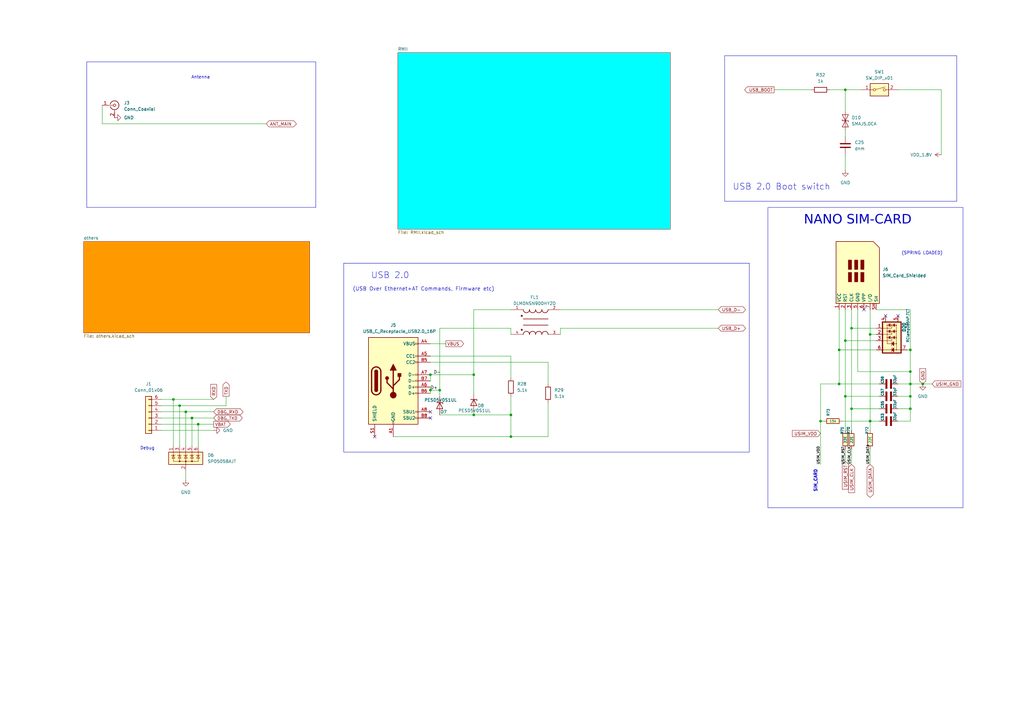
<source format=kicad_sch>
(kicad_sch (version 20250114) (generator "eeschema") (generator_version "9.0")
  (paper "A3")
  (title_block (title "Edgehax 4G to Eth") (date "2025-08-23") (rev "V2") (company "Edgehax") (comment 2 "Varshini CB"))
  (lib_symbols
    (symbol "Connector:Conn_Coaxial" (pin_names (offset 1.016) (hide yes))
      (property "Reference" "J" (at 0.254 3.048 0))
      (property "Value" "Conn_Coaxial" (at 2.921 0 90))
      (symbol "Conn_Coaxial_0_1"
        (polyline (pts (xy -2.54 0) (xy -0.508 0)))
        (arc (start 1.778 0) (mid 0.222 -1.8079) (end -1.778 -0.508) (stroke (width 0.254)))
        (arc (start -1.778 0.508) (mid 0.2221 1.8084) (end 1.778 0) (stroke (width 0.254)))
        (circle (center 0 0) (radius 0.508) (stroke (width 0.2032)))
        (polyline (pts (xy 0 -2.54) (xy 0 -1.778)))
      )
      (symbol "Conn_Coaxial_1_1"
        (pin passive line (at -5.08 0 0) (length 2.54) (name "In") (number "1"))
        (pin passive line (at 0 -5.08 90) (length 2.54) (name "Ext") (number "2"))
      )
    )
    (symbol "Connector:SIM_Card_Shielded"
      (property "Reference" "J" (at -2.54 12.7 0))
      (property "Value" "SIM_Card_Shielded" (at -1.27 10.16 0))
      (symbol "SIM_Card_Shielded_0_1"
        (polyline (pts (xy -10.16 8.89) (xy -10.16 -8.89) (xy 12.7 -8.89) (xy 15.24 -6.35) (xy 15.24 8.89) (xy -10.16 8.89)) (stroke (width 0.254)) (fill (type background)))
        (rectangle (start -1.27 2.54) (end 2.54 3.81) (stroke (width 0.254)) (fill (type outline)))
        (rectangle (start -1.27 0) (end 2.54 1.27) (stroke (width 0.254)) (fill (type outline)))
        (rectangle (start -1.27 -2.54) (end 2.54 -1.27) (stroke (width 0.254)) (fill (type outline)))
        (rectangle (start 3.81 2.54) (end 7.62 3.81) (stroke (width 0.254)) (fill (type outline)))
        (rectangle (start 3.81 0) (end 7.62 1.27) (stroke (width 0.254)) (fill (type outline)))
        (rectangle (start 3.81 -1.27) (end 7.62 -2.54) (stroke (width 0.254)) (fill (type outline)))
      )
      (symbol "SIM_Card_Shielded_1_1"
        (pin power_in line (at -12.7 7.62 0) (length 2.54) (name "VCC") (number "1"))
        (pin input line (at -12.7 5.08 0) (length 2.54) (name "RST") (number "2"))
        (pin input line (at -12.7 2.54 0) (length 2.54) (name "CLK") (number "3"))
        (pin power_in line (at -12.7 0 0) (length 2.54) (name "GND") (number "5"))
        (pin input line (at -12.7 -2.54 0) (length 2.54) (name "VPP") (number "6"))
        (pin bidirectional line (at -12.7 -5.08 0) (length 2.54) (name "I/O") (number "7"))
        (pin passive line (at -12.7 -7.62 0) (length 2.54) (name "SH") (number "SH"))
      )
    )
    (symbol "Connector:USB_C_Receptacle_USB2.0_16P" (pin_names (offset 1.016))
      (property "Reference" "J" (at 0 22.225 0))
      (property "Value" "USB_C_Receptacle_USB2.0_16P" (at 0 19.685 0))
      (symbol "USB_C_Receptacle_USB2.0_16P_0_0"
        (rectangle (start -0.254 -17.78) (end 0.254 -16.764))
        (rectangle (start 10.16 15.494) (end 9.144 14.986))
        (rectangle (start 10.16 10.414) (end 9.144 9.906))
        (rectangle (start 10.16 7.874) (end 9.144 7.366))
        (rectangle (start 10.16 2.794) (end 9.144 2.286))
        (rectangle (start 10.16 0.254) (end 9.144 -0.254))
        (rectangle (start 10.16 -2.286) (end 9.144 -2.794))
        (rectangle (start 10.16 -4.826) (end 9.144 -5.334))
        (rectangle (start 10.16 -12.446) (end 9.144 -12.954))
        (rectangle (start 10.16 -14.986) (end 9.144 -15.494))
      )
      (symbol "USB_C_Receptacle_USB2.0_16P_0_1"
        (rectangle (start -10.16 17.78) (end 10.16 -17.78) (stroke (width 0.254)) (fill (type background)))
        (polyline (pts (xy -8.89 -3.81) (xy -8.89 3.81)) (stroke (width 0.508)))
        (rectangle (start -7.62 -3.81) (end -6.35 3.81) (stroke (width 0.254)) (fill (type outline)))
        (arc (start -7.62 3.81) (mid -6.985 4.4423) (end -6.35 3.81) (stroke (width 0.254)))
        (arc (start -7.62 3.81) (mid -6.985 4.4423) (end -6.35 3.81) (stroke (width 0.254)) (fill (type outline)))
        (arc (start -8.89 3.81) (mid -6.985 5.7067) (end -5.08 3.81) (stroke (width 0.508)))
        (arc (start -5.08 -3.81) (mid -6.985 -5.7067) (end -8.89 -3.81) (stroke (width 0.508)))
        (arc (start -6.35 -3.81) (mid -6.985 -4.4423) (end -7.62 -3.81) (stroke (width 0.254)))
        (arc (start -6.35 -3.81) (mid -6.985 -4.4423) (end -7.62 -3.81) (stroke (width 0.254)) (fill (type outline)))
        (polyline (pts (xy -5.08 3.81) (xy -5.08 -3.81)) (stroke (width 0.508)))
        (circle (center -2.54 1.143) (radius 0.635) (stroke (width 0.254)) (fill (type outline)))
        (polyline (pts (xy -1.27 4.318) (xy 0 6.858) (xy 1.27 4.318) (xy -1.27 4.318)) (stroke (width 0.254)) (fill (type outline)))
        (polyline (pts (xy 0 -2.032) (xy 2.54 0.508) (xy 2.54 1.778)) (stroke (width 0.508)))
        (polyline (pts (xy 0 -3.302) (xy -2.54 -0.762) (xy -2.54 0.508)) (stroke (width 0.508)))
        (polyline (pts (xy 0 -5.842) (xy 0 4.318)) (stroke (width 0.508)))
        (circle (center 0 -5.842) (radius 1.27) (fill (type outline)))
        (rectangle (start 1.905 1.778) (end 3.175 3.048) (stroke (width 0.254)) (fill (type outline)))
      )
      (symbol "USB_C_Receptacle_USB2.0_16P_1_1"
        (pin passive line (at -7.62 -22.86 90) (length 5.08) (name "SHIELD") (number "S1"))
        (pin passive line (at 0 -22.86 90) (length 5.08) (name "GND") (number "A1"))
        (pin passive line (at 0 -22.86 90) (length 5.08) (hide yes) (name "GND") (number "A12"))
        (pin passive line (at 0 -22.86 90) (length 5.08) (hide yes) (name "GND") (number "B1"))
        (pin passive line (at 0 -22.86 90) (length 5.08) (hide yes) (name "GND") (number "B12"))
        (pin passive line (at 15.24 15.24 180) (length 5.08) (name "VBUS") (number "A4"))
        (pin passive line (at 15.24 15.24 180) (length 5.08) (hide yes) (name "VBUS") (number "A9"))
        (pin passive line (at 15.24 15.24 180) (length 5.08) (hide yes) (name "VBUS") (number "B4"))
        (pin passive line (at 15.24 15.24 180) (length 5.08) (hide yes) (name "VBUS") (number "B9"))
        (pin bidirectional line (at 15.24 10.16 180) (length 5.08) (name "CC1") (number "A5"))
        (pin bidirectional line (at 15.24 7.62 180) (length 5.08) (name "CC2") (number "B5"))
        (pin bidirectional line (at 15.24 2.54 180) (length 5.08) (name "D-") (number "A7"))
        (pin bidirectional line (at 15.24 0 180) (length 5.08) (name "D-") (number "B7"))
        (pin bidirectional line (at 15.24 -2.54 180) (length 5.08) (name "D+") (number "A6"))
        (pin bidirectional line (at 15.24 -5.08 180) (length 5.08) (name "D+") (number "B6"))
        (pin bidirectional line (at 15.24 -12.7 180) (length 5.08) (name "SBU1") (number "A8"))
        (pin bidirectional line (at 15.24 -15.24 180) (length 5.08) (name "SBU2") (number "B8"))
      )
    )
    (symbol "Connector_Generic:Conn_01x06" (pin_names (offset 1.016) (hide yes))
      (property "Reference" "J" (at 0 7.62 0))
      (property "Value" "Conn_01x06" (at 0 -10.16 0))
      (symbol "Conn_01x06_1_1"
        (rectangle (start -1.27 6.35) (end 1.27 -8.89) (stroke (width 0.254)) (fill (type background)))
        (rectangle (start -1.27 5.207) (end 0 4.953) (stroke (width 0.1524)))
        (rectangle (start -1.27 2.667) (end 0 2.413) (stroke (width 0.1524)))
        (rectangle (start -1.27 0.127) (end 0 -0.127) (stroke (width 0.1524)))
        (rectangle (start -1.27 -2.413) (end 0 -2.667) (stroke (width 0.1524)))
        (rectangle (start -1.27 -4.953) (end 0 -5.207) (stroke (width 0.1524)))
        (rectangle (start -1.27 -7.493) (end 0 -7.747) (stroke (width 0.1524)))
        (pin passive line (at -5.08 5.08 0) (length 3.81) (name "Pin_1") (number "1"))
        (pin passive line (at -5.08 2.54 0) (length 3.81) (name "Pin_2") (number "2"))
        (pin passive line (at -5.08 0 0) (length 3.81) (name "Pin_3") (number "3"))
        (pin passive line (at -5.08 -2.54 0) (length 3.81) (name "Pin_4") (number "4"))
        (pin passive line (at -5.08 -5.08 0) (length 3.81) (name "Pin_5") (number "5"))
        (pin passive line (at -5.08 -7.62 0) (length 3.81) (name "Pin_6") (number "6"))
      )
    )
    (symbol "DLM0NSN900HY2D:DLM0NSN900HY2D" (pin_names (offset 1.016))
      (property "Reference" "FL" (at -5.08 6.35 0))
      (property "Value" "DLM0NSN900HY2D" (at -5.08 -6.35 0))
      (symbol "DLM0NSN900HY2D_0_0"
        (circle (center -5.715 2.54) (radius 0.2032) (stroke (width 0.4064)))
        (circle (center -5.715 -3.175) (radius 0.2032) (stroke (width 0.4064)))
        (polyline (pts (xy -5.08 -1.27) (xy 5.08 -1.27)) (stroke (width 0.254)))
        (arc (start -2.54 5.08) (mid -3.81 3.8155) (end -5.08 5.08) (stroke (width 0.254)))
        (arc (start -5.08 -5.08) (mid -3.81 -3.8155) (end -2.54 -5.08) (stroke (width 0.254)))
        (arc (start 0 5.08) (mid -1.27 3.8155) (end -2.54 5.08) (stroke (width 0.254)))
        (arc (start -2.54 -5.08) (mid -1.27 -3.8155) (end 0 -5.08) (stroke (width 0.254)))
        (arc (start 2.54 5.08) (mid 1.27 3.8155) (end 0 5.08) (stroke (width 0.254)))
        (arc (start 0 -5.08) (mid 1.27 -3.8155) (end 2.54 -5.08) (stroke (width 0.254)))
        (arc (start 5.08 5.08) (mid 3.81 3.8155) (end 2.54 5.08) (stroke (width 0.254)))
        (arc (start 2.54 -5.08) (mid 3.81 -3.8155) (end 5.08 -5.08) (stroke (width 0.254)))
        (polyline (pts (xy 5.08 1.27) (xy -5.08 1.27)) (stroke (width 0.254)))
        (pin passive line (at -10.16 5.08 0) (length 5.08) (name "~") (number "1"))
        (pin passive line (at -10.16 -5.08 0) (length 5.08) (name "~") (number "4"))
        (pin passive line (at 10.16 5.08 180) (length 5.08) (name "~") (number "2"))
        (pin passive line (at 10.16 -5.08 180) (length 5.08) (name "~") (number "3"))
      )
    )
    (symbol "Device:C" (pin_numbers (hide yes)) (pin_names (offset 0.254))
      (property "Reference" "C" (at 0.635 2.54 0))
      (property "Value" "C" (at 0.635 -2.54 0))
      (symbol "C_0_1"
        (polyline (pts (xy -2.032 0.762) (xy 2.032 0.762)) (stroke (width 0.508)))
        (polyline (pts (xy -2.032 -0.762) (xy 2.032 -0.762)) (stroke (width 0.508)))
      )
      (symbol "C_1_1"
        (pin passive line (at 0 3.81 270) (length 2.794) (name "~") (number "1"))
        (pin passive line (at 0 -3.81 90) (length 2.794) (name "~") (number "2"))
      )
    )
    (symbol "Device:R" (pin_numbers (hide yes)) (pin_names (offset 0))
      (property "Reference" "R" (at 2.032 0 90))
      (property "Value" "R" (at 0 0 90))
      (symbol "R_0_1"
        (rectangle (start -1.016 -2.54) (end 1.016 2.54) (stroke (width 0.254)))
      )
      (symbol "R_1_1"
        (pin passive line (at 0 3.81 270) (length 1.27) (name "~") (number "1"))
        (pin passive line (at 0 -3.81 90) (length 1.27) (name "~") (number "2"))
      )
    )
    (symbol "Diode:PESD5V0S1UL" (pin_numbers (hide yes)) (pin_names (hide yes))
      (property "Reference" "D" (at 0 2.54 0))
      (property "Value" "PESD5V0S1UL" (at 0 -2.54 0))
      (symbol "PESD5V0S1UL_0_1"
        (polyline (pts (xy -1.27 -1.27) (xy -1.27 1.27) (xy -0.762 1.27)) (stroke (width 0.254)))
        (polyline (pts (xy 1.27 0) (xy -1.27 0)))
        (polyline (pts (xy 1.27 -1.27) (xy 1.27 1.27) (xy -1.27 0) (xy 1.27 -1.27)) (stroke (width 0.254)))
      )
      (symbol "PESD5V0S1UL_1_1"
        (pin passive line (at -3.81 0 0) (length 2.54) (name "K") (number "1"))
        (pin passive line (at 3.81 0 180) (length 2.54) (name "A") (number "2"))
      )
    )
    (symbol "Diode:SMAJ5.0CA" (pin_numbers (hide yes)) (pin_names (offset 1.016) (hide yes))
      (property "Reference" "D" (at 0 2.54 0))
      (property "Value" "SMAJ5.0CA" (at 0 -2.54 0))
      (symbol "SMAJ5.0CA_0_1"
        (polyline (pts (xy -2.54 -1.27) (xy 0 0) (xy -2.54 1.27) (xy -2.54 -1.27)) (stroke (width 0.2032)))
        (polyline (pts (xy 0.508 1.27) (xy 0 1.27) (xy 0 -1.27) (xy -0.508 -1.27)) (stroke (width 0.2032)))
        (polyline (pts (xy 1.27 0) (xy -1.27 0)))
        (polyline (pts (xy 2.54 1.27) (xy 2.54 -1.27) (xy 0 0) (xy 2.54 1.27)) (stroke (width 0.2032)))
      )
      (symbol "SMAJ5.0CA_1_1"
        (pin passive line (at -3.81 0 0) (length 2.54) (name "A1") (number "1"))
        (pin passive line (at 3.81 0 180) (length 2.54) (name "A2") (number "2"))
      )
    )
    (symbol "Power_Protection:SP0505BAJT" (pin_names (hide yes))
      (property "Reference" "D" (at 7.62 2.54 0))
      (property "Value" "SP0505BAJT" (at 7.62 0.635 0))
      (symbol "SP0505BAJT_0_0"
        (pin passive line (at 0 -5.08 90) (length 2.54) (name "A") (number "2"))
      )
      (symbol "SP0505BAJT_0_1"
        (rectangle (start -6.985 2.54) (end 6.985 -2.54) (stroke (width 0.254)) (fill (type background)))
        (polyline (pts (xy -5.842 1.016) (xy -5.842 1.27) (xy -4.445 1.27) (xy -4.318 1.27)))
        (polyline (pts (xy -5.08 2.54) (xy -5.08 1.27)))
        (polyline (pts (xy -5.08 1.27) (xy -5.08 -1.27) (xy -2.54 -1.27)))
        (polyline (pts (xy -5.08 1.27) (xy -4.445 0) (xy -5.715 0) (xy -5.08 1.27)))
        (polyline (pts (xy -3.302 1.016) (xy -3.302 1.27) (xy -1.905 1.27) (xy -1.778 1.27)))
        (polyline (pts (xy -2.54 2.54) (xy -2.54 1.27)))
        (polyline (pts (xy -2.54 1.27) (xy -2.54 -1.27) (xy 2.54 -1.27) (xy 2.54 1.27)))
        (polyline (pts (xy -2.54 1.27) (xy -1.905 0) (xy -3.175 0) (xy -2.54 1.27)))
        (circle (center -2.54 -1.27) (radius 0.254) (fill (type outline)))
        (polyline (pts (xy 0 2.54) (xy 0 1.27)))
        (polyline (pts (xy 0 -1.27) (xy 0 1.27)))
        (polyline (pts (xy 0 -1.27) (xy 0 -2.54)))
        (circle (center 0 -1.27) (radius 0.254) (fill (type outline)))
        (polyline (pts (xy 0.635 1.27) (xy 0.762 1.27)))
        (polyline (pts (xy 0.635 1.27) (xy -0.762 1.27) (xy -0.762 1.016)))
        (polyline (pts (xy 0.635 0) (xy -0.635 0) (xy 0 1.27) (xy 0.635 0)))
        (polyline (pts (xy 1.778 1.016) (xy 1.778 1.27) (xy 3.175 1.27) (xy 3.302 1.27)))
        (polyline (pts (xy 2.54 2.54) (xy 2.54 1.27)))
        (polyline (pts (xy 2.54 1.27) (xy 1.905 0) (xy 3.175 0) (xy 2.54 1.27)))
        (circle (center 2.54 -1.27) (radius 0.254) (fill (type outline)))
        (polyline (pts (xy 4.318 1.016) (xy 4.318 1.27) (xy 5.715 1.27) (xy 5.842 1.27)))
        (polyline (pts (xy 5.08 2.54) (xy 5.08 1.27)))
        (polyline (pts (xy 5.08 1.27) (xy 5.08 -1.27) (xy 2.54 -1.27)))
        (polyline (pts (xy 5.08 1.27) (xy 4.445 0) (xy 5.715 0) (xy 5.08 1.27)))
      )
      (symbol "SP0505BAJT_1_1"
        (pin passive line (at -5.08 5.08 270) (length 2.54) (name "K") (number "1"))
        (pin passive line (at -2.54 5.08 270) (length 2.54) (name "K") (number "3"))
        (pin passive line (at 0 5.08 270) (length 2.54) (name "K") (number "4"))
        (pin passive line (at 2.54 5.08 270) (length 2.54) (name "K") (number "5"))
        (pin passive line (at 5.08 5.08 270) (length 2.54) (name "K") (number "6"))
      )
    )
    (symbol "Switch:SW_DIP_x01" (pin_names (offset 0) (hide yes))
      (property "Reference" "SW" (at 0 3.81 0))
      (property "Value" "SW_DIP_x01" (at 0 -3.81 0))
      (symbol "SW_DIP_x01_0_0"
        (circle (center -2.032 0) (radius 0.508))
        (polyline (pts (xy -1.524 0.127) (xy 2.3622 1.1684)))
        (circle (center 2.032 0) (radius 0.508))
      )
      (symbol "SW_DIP_x01_0_1"
        (rectangle (start -3.81 2.54) (end 3.81 -2.54) (stroke (width 0.254)) (fill (type background)))
      )
      (symbol "SW_DIP_x01_1_1"
        (pin passive line (at -7.62 0 0) (length 5.08) (name "~") (number "1"))
        (pin passive line (at 7.62 0 180) (length 5.08) (name "~") (number "2"))
      )
    )
    (symbol "mc60_library:C_NP" (pin_numbers (hide yes)) (pin_names (offset 0.254) (hide yes))
      (property "Reference" "C" (at -2.54 2.54 0))
      (property "Value" "C_NP" (at 0 -3.81 0))
      (symbol "C_NP_0_1"
        (rectangle (start -1.905 1.27) (end 1.905 0.635) (fill (type outline)))
        (rectangle (start 1.905 -1.27) (end -1.905 -0.635) (fill (type outline)))
      )
      (symbol "C_NP_1_1"
        (pin passive line (at 0 3.81 270) (length 2.54) (name "+") (number "1"))
        (pin passive line (at 0 -3.81 90) (length 2.54) (name "-") (number "2"))
      )
    )
    (symbol "mc60_library:Diode_TVS" (pin_names (offset 1.016))
      (property "Reference" "D" (at 5.08 -5.08 0))
      (property "Value" "Diode_TVS" (at -7.62 0 90))
      (symbol "Diode_TVS_0_1"
        (rectangle (start -6.35 3.81) (end 6.35 -3.81) (stroke (width 0.508)) (fill (type background)))
        (polyline (pts (xy -5.08 0) (xy -5.08 3.81)))
        (polyline (pts (xy -5.08 0) (xy -5.715 0) (xy -5.969 0.254)))
        (polyline (pts (xy -5.08 0) (xy -4.445 0) (xy -4.191 -0.254)))
        (polyline (pts (xy -5.08 0) (xy -5.969 -0.889) (xy -4.191 -0.889) (xy -5.08 0)) (fill (type outline)))
        (circle (center -5.08 -1.905) (radius 0.127))
        (polyline (pts (xy -5.08 -1.905) (xy -5.08 -3.81)))
        (polyline (pts (xy -2.54 0) (xy -3.175 0) (xy -3.429 0.254)))
        (polyline (pts (xy -2.54 0) (xy -2.54 1.905) (xy 0 1.905)))
        (polyline (pts (xy -2.54 0) (xy -1.905 0) (xy -1.651 -0.254)))
        (polyline (pts (xy -2.54 0) (xy -3.429 -0.889) (xy -1.651 -0.889) (xy -2.54 0)) (fill (type outline)))
        (circle (center -2.54 -1.905) (radius 0.127))
        (polyline (pts (xy -2.54 -1.905) (xy -5.08 -1.905) (xy -5.08 -0.889)))
        (polyline (pts (xy -0.635 1.27) (xy 0.635 1.27)))
        (polyline (pts (xy -0.635 -0.635) (xy 0.635 -0.635)))
        (circle (center 0 1.905) (radius 0.127))
        (polyline (pts (xy 0 0.635) (xy -0.635 0.635) (xy 0 1.27) (xy 0.635 0.635) (xy 0 0.635)) (fill (type outline)))
        (polyline (pts (xy 0 0) (xy -1.27 0) (xy -1.27 3.81)))
        (circle (center 0 0) (radius 0.127))
        (polyline (pts (xy 0 -0.635) (xy 0 0.635)))
        (polyline (pts (xy 0 -0.635) (xy -0.635 -1.27) (xy 0.635 -1.27) (xy 0 -0.635)) (fill (type outline)))
        (polyline (pts (xy 0 -1.27) (xy 0 -1.905) (xy 5.08 -1.905) (xy 5.08 -1.27)))
        (polyline (pts (xy 0 -1.905) (xy -2.54 -1.905) (xy -2.54 -0.889)))
        (circle (center 0 -1.905) (radius 0.127))
        (polyline (pts (xy 1.905 1.27) (xy 3.175 1.27)))
        (polyline (pts (xy 1.905 -0.635) (xy 3.175 -0.635)))
        (circle (center 2.54 1.905) (radius 0.127))
        (polyline (pts (xy 2.54 1.27) (xy 2.54 1.905)))
        (polyline (pts (xy 2.54 0.635) (xy 1.905 0.635) (xy 2.54 1.27) (xy 3.175 0.635) (xy 2.54 0.635)) (fill (type outline)))
        (polyline (pts (xy 2.54 0) (xy 1.27 0) (xy 1.27 3.81)))
        (circle (center 2.54 0) (radius 0.127))
        (polyline (pts (xy 2.54 -0.635) (xy 2.54 0.635)))
        (polyline (pts (xy 2.54 -0.635) (xy 1.905 -1.27) (xy 3.175 -1.27) (xy 2.54 -0.635)) (fill (type outline)))
        (polyline (pts (xy 2.54 -1.27) (xy 2.54 -1.905)))
        (circle (center 2.54 -1.905) (radius 0.127))
        (polyline (pts (xy 4.445 1.27) (xy 5.715 1.27)))
        (polyline (pts (xy 4.445 -0.635) (xy 5.715 -0.635)))
        (circle (center 5.08 1.905) (radius 0.127))
        (polyline (pts (xy 5.08 1.27) (xy 5.08 1.905) (xy 0 1.905) (xy 0 1.27)))
        (polyline (pts (xy 5.08 0.635) (xy 4.445 0.635) (xy 5.08 1.27) (xy 5.715 0.635) (xy 5.08 0.635)) (fill (type outline)))
        (polyline (pts (xy 5.08 0) (xy 3.81 0) (xy 3.81 3.81)))
        (circle (center 5.08 0) (radius 0.127))
        (polyline (pts (xy 5.08 -0.635) (xy 5.08 0.635)))
        (polyline (pts (xy 5.08 -0.635) (xy 4.445 -1.27) (xy 5.715 -1.27) (xy 5.08 -0.635)) (fill (type outline)))
        (circle (center 5.08 -1.905) (radius 0.127))
      )
      (symbol "Diode_TVS_1_1"
        (pin input line (at -5.08 6.35 270) (length 2.54) (name "~") (number "6"))
        (pin input line (at -5.08 -6.35 90) (length 2.54) (name "~") (number "7"))
        (pin input line (at -1.27 6.35 270) (length 2.54) (name "~") (number "3"))
        (pin input line (at 1.27 6.35 270) (length 2.54) (name "~") (number "2"))
        (pin input line (at 3.81 6.35 270) (length 2.54) (name "~") (number "1"))
        (pin input line (at 8.89 2.54 180) (length 2.54) (name "~") (number "4"))
        (pin input line (at 8.89 -2.54 180) (length 2.54) (name "~") (number "5"))
      )
    )
    (symbol "mc60_library:R" (pin_numbers (hide yes)) (pin_names (offset 0))
      (property "Reference" "R" (at 2.032 0 90))
      (property "Value" "R" (at 0 0 90))
      (symbol "R_0_1"
        (rectangle (start -1.016 -2.54) (end 1.016 2.54) (stroke (width 0.254)) (fill (type background)))
      )
      (symbol "R_1_1"
        (pin passive line (at 0 3.81 270) (length 1.27) (name "~") (number "1"))
        (pin passive line (at 0 -3.81 90) (length 1.27) (name "~") (number "2"))
      )
    )
    (symbol "power:GND" (power) (pin_numbers (hide yes)) (pin_names (offset 0) (hide yes))
      (property "Value" "GND" (at 0 -3.81 0))
      (symbol "GND_0_1"
        (polyline (pts (xy 0 0) (xy 0 -1.27) (xy 1.27 -1.27) (xy 0 -2.54) (xy -1.27 -1.27) (xy 0 -1.27)))
      )
      (symbol "GND_1_1"
        (pin power_in line (at 0 0 270) (length 0) (name "~") (number "1"))
      )
    )
    (symbol "power:VDD" (power) (pin_numbers (hide yes)) (pin_names (offset 0) (hide yes))
      (property "Value" "VDD" (at 0 3.556 0))
      (symbol "VDD_0_1"
        (polyline (pts (xy -0.762 1.27) (xy 0 2.54)))
        (polyline (pts (xy 0 2.54) (xy 0.762 1.27)))
        (polyline (pts (xy 0 0) (xy 0 2.54)))
      )
      (symbol "VDD_1_1"
        (pin power_in line (at 0 0 90) (length 0) (name "~") (number "1"))
      )
    )
  )
  (rectangle (start 35.56 25.4) (end 129.54 85.09))
  (rectangle (start 140.97 107.95) (end 307.34 185.42))
  (rectangle (start 314.96 85.09) (end 394.97 208.28))
  (rectangle (start 297.18 22.86) (end 392.43 82.55))
  (text "Debug\n" (at 60.452 183.896 0) (effects (font (size 1.27 1.27))))
  (text "SIM_CARD" (at 335.28 201.93 90) (effects (font (size 1.27 1.27) (thickness 0.254) (bold yes)) (justify left bottom)))
  (text "(SPRING LOADED)\n" (at 378.206 103.886 0) (effects (font (size 1.27 1.27))))
  (text "Antenna\n" (at 82.296 31.75 0) (effects (font (size 1.27 1.27))))
  (text "(USB Over Ethernet+AT Commands, Firmware etc)" (at 173.736 118.618 0) (effects (font (size 1.524 1.524))))
  (text "NANO SIM-CARD\n\n" (at 351.79 94.488 0) (effects (font (size 3.81 3.81))))
  (text "USB 2.0 Boot switch\n" (at 320.548 76.708 0) (effects (font (size 2.54 2.54))))
  (text "USB 2.0\n" (at 160.02 113.03 0) (effects (font (size 2.54 2.54))))
  (junction (at 344.17 143.51))
  (junction (at 344.17 157.48))
  (junction (at 378.46 157.48))
  (junction (at 73.66 166.37))
  (junction (at 194.31 170.18))
  (junction (at 209.55 179.07))
  (junction (at 356.87 137.16))
  (junction (at 81.28 173.99))
  (junction (at 336.55 172.72))
  (junction (at 373.38 157.48))
  (junction (at 176.53 160.02))
  (junction (at 78.74 171.45))
  (junction (at 194.31 153.67))
  (junction (at 176.53 153.67))
  (junction (at 180.34 160.02))
  (junction (at 76.2 168.91))
  (junction (at 349.25 134.62))
  (junction (at 373.38 152.4))
  (junction (at 71.12 163.83))
  (junction (at 346.71 162.56))
  (junction (at 373.38 162.56))
  (junction (at 349.25 167.64))
  (junction (at 346.71 36.83))
  (junction (at 356.87 172.72))
  (junction (at 346.71 139.7))
  (junction (at 209.55 170.18))
  (junction (at 373.38 143.51))
  (junction (at 373.38 167.64))
  (no_connect (at 363.22 129.54))
  (no_connect (at 354.33 127))
  (no_connect (at 153.67 179.07))
  (no_connect (at 176.53 168.91))
  (no_connect (at 368.3 129.54))
  (no_connect (at 176.53 171.45))
  (wire (pts (xy 356.87 172.72) (xy 360.68 172.72)))
  (wire (pts (xy 356.87 137.16) (xy 356.87 127)))
  (wire (pts (xy 346.71 36.83) (xy 353.06 36.83)))
  (wire (pts (xy 78.74 171.45) (xy 78.74 182.88)))
  (wire (pts (xy 351.79 152.4) (xy 351.79 127)))
  (wire (pts (xy 92.71 162.56) (xy 92.71 166.37)))
  (wire (pts (xy 209.55 170.18) (xy 209.55 162.56)))
  (wire (pts (xy 349.25 190.5) (xy 349.25 184.15)))
  (wire (pts (xy 336.55 157.48) (xy 336.55 172.72)))
  (wire (pts (xy 176.53 146.05) (xy 209.55 146.05)))
  (wire (pts (xy 359.41 139.7) (xy 346.71 139.7)))
  (wire (pts (xy 73.66 182.88) (xy 73.66 166.37)))
  (wire (pts (xy 359.41 127) (xy 373.38 127)))
  (wire (pts (xy 340.36 36.83) (xy 346.71 36.83)))
  (wire (pts (xy 81.28 173.99) (xy 81.28 182.88)))
  (wire (pts (xy 71.12 182.88) (xy 71.12 163.83)))
  (wire (pts (xy 346.71 53.34) (xy 346.71 55.88)))
  (wire (pts (xy 176.53 148.59) (xy 224.79 148.59)))
  (wire (pts (xy 360.68 162.56) (xy 346.71 162.56)))
  (wire (pts (xy 373.38 127) (xy 373.38 143.51)))
  (wire (pts (xy 66.04 163.83) (xy 71.12 163.83)))
  (wire (pts (xy 66.04 176.53) (xy 87.63 176.53)))
  (wire (pts (xy 176.53 153.67) (xy 176.53 156.21)))
  (wire (pts (xy 344.17 127) (xy 344.17 143.51)))
  (wire (pts (xy 224.79 148.59) (xy 224.79 157.48)))
  (wire (pts (xy 336.55 172.72) (xy 337.82 172.72)))
  (wire (pts (xy 368.3 157.48) (xy 373.38 157.48)))
  (wire (pts (xy 359.41 143.51) (xy 344.17 143.51)))
  (wire (pts (xy 209.55 146.05) (xy 209.55 154.94)))
  (wire (pts (xy 161.29 179.07) (xy 209.55 179.07)))
  (wire (pts (xy 373.38 157.48) (xy 373.38 152.4)))
  (wire (pts (xy 76.2 193.04) (xy 76.2 196.85)))
  (wire (pts (xy 176.53 160.02) (xy 180.34 160.02)))
  (wire (pts (xy 180.34 160.02) (xy 180.34 162.56)))
  (wire (pts (xy 194.31 127) (xy 209.55 127)))
  (wire (pts (xy 372.11 143.51) (xy 373.38 143.51)))
  (wire (pts (xy 373.38 143.51) (xy 373.38 152.4)))
  (wire (pts (xy 180.34 170.18) (xy 194.31 170.18)))
  (wire (pts (xy 344.17 157.48) (xy 336.55 157.48)))
  (wire (pts (xy 360.68 167.64) (xy 349.25 167.64)))
  (wire (pts (xy 345.44 172.72) (xy 356.87 172.72)))
  (wire (pts (xy 194.31 168.91) (xy 194.31 170.18)))
  (wire (pts (xy 344.17 143.51) (xy 344.17 157.48)))
  (wire (pts (xy 373.38 157.48) (xy 378.46 157.48)))
  (wire (pts (xy 368.3 167.64) (xy 373.38 167.64)))
  (wire (pts (xy 356.87 172.72) (xy 356.87 176.53)))
  (wire (pts (xy 373.38 162.56) (xy 373.38 157.48)))
  (wire (pts (xy 229.87 134.62) (xy 294.64 134.62)))
  (wire (pts (xy 41.91 43.18) (xy 41.91 50.8)))
  (wire (pts (xy 356.87 137.16) (xy 356.87 172.72)))
  (wire (pts (xy 317.5 36.83) (xy 332.74 36.83)))
  (wire (pts (xy 180.34 134.62) (xy 180.34 160.02)))
  (wire (pts (xy 229.87 127) (xy 294.64 127)))
  (wire (pts (xy 386.08 36.83) (xy 386.08 63.5)))
  (wire (pts (xy 176.53 153.67) (xy 194.31 153.67)))
  (wire (pts (xy 76.2 168.91) (xy 76.2 182.88)))
  (wire (pts (xy 346.71 45.72) (xy 346.71 36.83)))
  (wire (pts (xy 373.38 167.64) (xy 373.38 162.56)))
  (wire (pts (xy 41.91 50.8) (xy 109.22 50.8)))
  (wire (pts (xy 359.41 137.16) (xy 356.87 137.16)))
  (wire (pts (xy 344.17 157.48) (xy 360.68 157.48)))
  (wire (pts (xy 368.3 36.83) (xy 386.08 36.83)))
  (wire (pts (xy 209.55 134.62) (xy 209.55 137.16)))
  (wire (pts (xy 176.53 160.02) (xy 176.53 161.29)))
  (wire (pts (xy 336.55 172.72) (xy 336.55 190.5)))
  (wire (pts (xy 76.2 168.91) (xy 87.63 168.91)))
  (wire (pts (xy 346.71 162.56) (xy 346.71 176.53)))
  (wire (pts (xy 356.87 190.5) (xy 356.87 184.15)))
  (wire (pts (xy 194.31 153.67) (xy 194.31 161.29)))
  (wire (pts (xy 368.3 172.72) (xy 373.38 172.72)))
  (wire (pts (xy 209.55 179.07) (xy 224.79 179.07)))
  (wire (pts (xy 194.31 170.18) (xy 209.55 170.18)))
  (wire (pts (xy 73.66 166.37) (xy 92.71 166.37)))
  (wire (pts (xy 176.53 158.75) (xy 176.53 160.02)))
  (wire (pts (xy 66.04 171.45) (xy 78.74 171.45)))
  (wire (pts (xy 368.3 162.56) (xy 373.38 162.56)))
  (wire (pts (xy 182.88 140.97) (xy 176.53 140.97)))
  (wire (pts (xy 180.34 134.62) (xy 209.55 134.62)))
  (wire (pts (xy 349.25 134.62) (xy 349.25 127)))
  (wire (pts (xy 359.41 134.62) (xy 349.25 134.62)))
  (wire (pts (xy 346.71 139.7) (xy 346.71 162.56)))
  (wire (pts (xy 346.71 127) (xy 346.71 139.7)))
  (wire (pts (xy 66.04 168.91) (xy 76.2 168.91)))
  (wire (pts (xy 349.25 176.53) (xy 349.25 167.64)))
  (wire (pts (xy 378.46 157.48) (xy 382.27 157.48)))
  (wire (pts (xy 346.71 63.5) (xy 346.71 69.85)))
  (wire (pts (xy 351.79 152.4) (xy 373.38 152.4)))
  (wire (pts (xy 349.25 167.64) (xy 349.25 134.62)))
  (wire (pts (xy 194.31 127) (xy 194.31 153.67)))
  (wire (pts (xy 224.79 179.07) (xy 224.79 165.1)))
  (wire (pts (xy 373.38 172.72) (xy 373.38 167.64)))
  (wire (pts (xy 209.55 170.18) (xy 209.55 179.07)))
  (wire (pts (xy 346.71 184.15) (xy 346.71 190.5)))
  (wire (pts (xy 229.87 137.16) (xy 229.87 134.62)))
  (wire (pts (xy 71.12 163.83) (xy 87.63 163.83)))
  (wire (pts (xy 81.28 173.99) (xy 87.63 173.99)))
  (wire (pts (xy 66.04 166.37) (xy 73.66 166.37)))
  (wire (pts (xy 66.04 173.99) (xy 81.28 173.99)))
  (wire (pts (xy 78.74 171.45) (xy 87.63 171.45)))
  (label "USIM_VDD" (at 336.55 190.5 90) (effects (font (size 1.016 1.016) (thickness 0.2032) (bold yes))))
  (label "USIM_DATA" (at 356.87 190.5 90) (effects (font (size 1.016 1.016) (thickness 0.2032) (bold yes))))
  (label "USIM_CLK" (at 349.25 190.5 90) (effects (font (size 1.016 1.016) (thickness 0.2032) (bold yes))))
  (label "D+" (at 176.53 160.02 0))
  (label "D-" (at 177.8 153.67 0))
  (label "USIM_RST" (at 346.71 190.5 90) (effects (font (size 1.016 1.016) (thickness 0.2032) (bold yes))))
  (global_label "RXD" (shape input) (at 87.63 163.83 90) (property "Intersheetrefs" "${INTERSHEET_REFS}" (at 87.63 157.0002 90) (effects (justify left))))
  (global_label "USB_BOOT" (shape output) (at 317.5 36.83 180) (property "Intersheetrefs" "${INTERSHEET_REFS}" (at 304.8386 36.83 0) (effects (justify right))))
  (global_label "USIM_VDD" (shape input) (at 336.55 177.8 180) (property "Intersheetrefs" "${INTERSHEET_REFS}" (at 324.2773 177.8 0) (effects (justify right))))
  (global_label "USIM_DATA" (shape bidirectional) (at 356.87 190.5 270) (property "Intersheetrefs" "${INTERSHEET_REFS}" (at 356.87 204.5749 90) (effects (justify right))))
  (global_label "VBAT" (shape output) (at 87.63 173.99 0) (property "Intersheetrefs" "${INTERSHEET_REFS}" (at 95.1251 173.99 0) (effects (justify left))))
  (global_label "ANT_MAIN" (shape bidirectional) (at 109.22 50.8 0) (property "Intersheetrefs" "${INTERSHEET_REFS}" (at 122.1459 50.8 0) (effects (justify left))))
  (global_label "DBG_TXD" (shape bidirectional) (at 87.63 171.45 0) (property "Intersheetrefs" "${INTERSHEET_REFS}" (at 99.951 171.45 0) (effects (justify left))))
  (global_label "USB_D-" (shape bidirectional) (at 294.64 127 0) (property "Intersheetrefs" "${INTERSHEET_REFS}" (at 306.3563 127 0) (effects (justify left))))
  (global_label "DBG_RXD" (shape bidirectional) (at 87.63 168.91 0) (property "Intersheetrefs" "${INTERSHEET_REFS}" (at 100.2534 168.91 0) (effects (justify left))))
  (global_label "GND" (shape input) (at 378.46 157.48 90) (property "Intersheetrefs" "${INTERSHEET_REFS}" (at 378.46 150.5292 90) (effects (justify left))))
  (global_label "USIM_CLK" (shape input) (at 349.25 190.5 270) (property "Intersheetrefs" "${INTERSHEET_REFS}" (at 349.25 202.7122 90) (effects (justify right))))
  (global_label "TXD" (shape output) (at 92.71 162.56 90) (property "Intersheetrefs" "${INTERSHEET_REFS}" (at 92.71 156.0326 90) (effects (justify left))))
  (global_label "USB_D+" (shape bidirectional) (at 294.64 134.62 0) (property "Intersheetrefs" "${INTERSHEET_REFS}" (at 306.3563 134.62 0) (effects (justify left))))
  (global_label "USIM_RST" (shape input) (at 346.71 189.23 270) (property "Intersheetrefs" "${INTERSHEET_REFS}" (at 346.71 201.3212 90) (effects (justify right))))
  (global_label "USIM_GND" (shape input) (at 382.27 157.48 0) (property "Intersheetrefs" "${INTERSHEET_REFS}" (at 394.7846 157.48 0) (effects (justify left))))
  (global_label "VBUS" (shape output) (at 182.88 140.97 0) (property "Intersheetrefs" "${INTERSHEET_REFS}" (at 190.8589 140.97 0) (effects (justify left))))
  (symbol (lib_id "mc60_library:C_NP") (at 364.49 167.64 270) (unit 1)
    (property "Reference" "C55" (at 361.95 167.64 0) (effects (font (size 1.016 1.016) (bold yes)) (justify right)))
    (property "Value" "33pF" (at 367.03 167.64 0) (effects (font (size 1.016 1.016)) (justify right)))
    (property "Footprint" "Capacitor_SMD:C_0402_1005Metric" (effects (hide yes)))
  )
  (symbol (lib_id "power:GND") (at 346.71 69.85 0) (unit 1)
    (property "Reference" "#PWR039" (effects (hide yes)))
    (property "Value" "GND" (at 346.71 74.93 0))
    (property "Description" "Power symbol creates a global label with name \"GND\" , ground" (effects (hide yes)))
  )
  (symbol (lib_id "power:GND") (at 76.2 196.85 0) (unit 1)
    (property "Reference" "#PWR032" (effects (hide yes)))
    (property "Value" "GND" (at 76.2 201.93 0))
    (property "Description" "Power symbol creates a global label with name \"GND\" , ground" (effects (hide yes)))
  )
  (symbol (lib_id "mc60_library:R") (at 341.63 172.72 90) (unit 1)
    (property "Reference" "R73" (at 339.725 170.815 0) (effects (font (size 1.016 1.016) (bold yes)) (justify left)))
    (property "Value" "15k" (at 341.63 172.72 90) (effects (font (size 1.016 1.016))))
    (property "Footprint" "Resistor_SMD:R_0603_1608Metric" (effects (hide yes)))
  )
  (symbol (lib_id "Power_Protection:SP0505BAJT") (at 76.2 187.96 0) (unit 1)
    (property "Reference" "D6" (at 85.09 186.6899 0) (effects (justify left)))
    (property "Value" "SP0505BAJT" (at 85.09 189.2299 0) (effects (justify left)))
    (property "Footprint" "Package_TO_SOT_SMD:SOT-23-3" (effects (hide yes)))
    (property "Datasheet" "http://www.littelfuse.com/~/media/files/littelfuse/technical%20resources/documents/data%20sheets/sp05xxba.pdf" (effects (hide yes)))
    (property "Description" "TVS Diode Array, 5.5V Standoff, 5 Channels, SC-70-6 package" (effects (hide yes)))
  )
  (symbol (lib_id "Connector:USB_C_Receptacle_USB2.0_16P") (at 161.29 156.21 0) (unit 1)
    (property "Reference" "J5" (at 161.29 133.35 0))
    (property "Value" "USB_C_Receptacle_USB2.0_16P" (at 163.83 135.89 0))
    (property "Footprint" "Connector_USB:USB_C_Receptacle_HCTL_HC-TYPE-C-16P-01A" (effects (hide yes)))
    (property "Datasheet" "https://www.usb.org/sites/default/files/documents/usb_type-c.zip" (effects (hide yes)))
    (property "Description" "USB 2.0-only 16P Type-C Receptacle connector" (effects (hide yes)))
  )
  (symbol (lib_id "Diode:PESD5V0S1UL") (at 194.31 165.1 270) (unit 1)
    (property "Reference" "D8" (at 195.834 166.37 90) (effects (justify left)))
    (property "Value" "PESD5V0S1UL" (at 187.96 168.402 90) (effects (justify left)))
    (property "Footprint" "Diode_SMD:D_SC-80" (effects (hide yes)))
    (property "Datasheet" "https://assets.nexperia.com/documents/data-sheet/PESD5V0S1UL.pdf" (effects (hide yes)))
    (property "Description" "Unidirectional ESD protection diode, 5V, SOD-882" (effects (hide yes)))
  )
  (symbol (lib_id "Device:R") (at 209.55 158.75 0) (unit 1)
    (property "Reference" "R28" (at 212.09 157.4799 0) (effects (justify left)))
    (property "Value" "5.1k" (at 212.09 160.0199 0) (effects (justify left)))
    (property "Footprint" "Resistor_SMD:R_0402_1005Metric" (effects (hide yes)))
    (property "Description" "Resistor" (effects (hide yes)))
  )
  (symbol (lib_id "Diode:SMAJ5.0CA") (at 346.71 49.53 270) (unit 1)
    (property "Reference" "D10" (at 349.25 48.2599 90) (effects (justify left)))
    (property "Value" "SMAJ5.0CA" (at 349.25 50.7999 90) (effects (justify left)))
    (property "Footprint" "project_footprints:DO-214AASMB_J-BEND_LTF" (effects (hide yes)))
    (property "Datasheet" "https://www.littelfuse.com/media?resourcetype=datasheets&itemid=75e32973-b177-4ee3-a0ff-cedaf1abdb93&filename=smaj-datasheet" (effects (hide yes)))
    (property "Description" "400W bidirectional Transient Voltage Suppressor, 5.0Vr, SMA(DO-214AC)" (effects (hide yes)))
  )
  (symbol (lib_id "mc60_library:C_NP") (at 364.49 157.48 270) (unit 1)
    (property "Reference" "C59" (at 361.95 157.48 0) (effects (font (size 1.016 1.016) (bold yes)) (justify right)))
    (property "Value" "33pF" (at 367.03 157.48 0) (effects (font (size 1.016 1.016)) (justify right)))
    (property "Footprint" "Capacitor_SMD:C_0402_1005Metric" (effects (hide yes)))
  )
  (symbol (lib_id "Diode:PESD5V0S1UL") (at 180.34 166.37 270) (unit 1)
    (property "Reference" "D7" (at 180.594 168.91 90) (effects (justify left)))
    (property "Value" "PESD5V0S1UL" (at 173.99 164.084 90) (effects (justify left)))
    (property "Footprint" "Diode_SMD:D_SC-80" (effects (hide yes)))
    (property "Datasheet" "https://assets.nexperia.com/documents/data-sheet/PESD5V0S1UL.pdf" (effects (hide yes)))
    (property "Description" "Unidirectional ESD protection diode, 5V, SOD-882" (effects (hide yes)))
  )
  (symbol (lib_id "mc60_library:R") (at 346.71 180.34 0) (unit 1)
    (property "Reference" "R70" (at 347.98 176.53 90) (effects (font (size 1.016 1.016) (bold yes))))
    (property "Value" "22E" (at 346.71 180.34 90) (effects (font (size 1.016 1.016))))
    (property "Footprint" "Resistor_SMD:R_0603_1608Metric" (effects (hide yes)))
  )
  (symbol (lib_id "power:GND") (at 87.63 176.53 90) (unit 1)
    (property "Reference" "#PWR016" (effects (hide yes)))
    (property "Value" "GND" (at 91.44 176.5299 90) (effects (justify right)))
    (property "Description" "Power symbol creates a global label with name \"GND\" , ground" (effects (hide yes)))
  )
  (symbol (lib_id "Switch:SW_DIP_x01") (at 360.68 36.83 0) (unit 1)
    (property "Reference" "SW1" (at 360.68 29.464 0))
    (property "Value" "SW_DIP_x01" (at 360.68 32.004 0))
    (property "Footprint" "Button_Switch_SMD:SW_SPST_B3U-1000P" (effects (hide yes)))
    (property "Description" "1x DIP Switch, Single Pole Single Throw (SPST) switch, small symbol" (effects (hide yes)))
  )
  (symbol (lib_id "Connector:SIM_Card_Shielded") (at 351.79 114.3 90) (unit 1)
    (property "Reference" "J6" (at 361.95 110.4899 90) (effects (justify right)))
    (property "Value" "SIM_Card_Shielded" (at 361.95 113.0299 90) (effects (justify right)))
    (property "Footprint" "Connector_Card:nanoSIM_GCT_SIM8060-6-0-14-00" (effects (hide yes)))
    (property "Description" "SIM Card" (effects (hide yes)))
  )
  (symbol (lib_id "power:VDD") (at 386.08 63.5 90) (unit 1)
    (property "Reference" "#PWR042" (effects (hide yes)))
    (property "Value" "VDD_1.8V" (at 382.27 63.4999 90) (effects (justify left)))
    (property "Description" "Power symbol creates a global label with name \"VDD\"" (effects (hide yes)))
  )
  (symbol (lib_id "Connector_Generic:Conn_01x06") (at 60.96 171.45 180) (unit 1)
    (property "Reference" "J1" (at 60.96 157.48 0))
    (property "Value" "Conn_01x06" (at 60.96 160.02 0))
    (property "Footprint" "Connector_PinHeader_1.00mm:PinHeader_1x06_P1.00mm_Vertical" (effects (hide yes)))
    (property "Description" "Generic connector, single row, 01x06, script generated (kicad-library-utils/schlib/autogen/connector/)" (effects (hide yes)))
  )
  (symbol (lib_id "mc60_library:C_NP") (at 364.49 172.72 270) (unit 1)
    (property "Reference" "C53" (at 361.95 172.72 0) (effects (font (size 1.016 1.016) (bold yes)) (justify right)))
    (property "Value" "33pF" (at 367.03 172.72 0) (effects (font (size 1.016 1.016)) (justify right)))
    (property "Footprint" "Capacitor_SMD:C_0402_1005Metric" (effects (hide yes)))
  )
  (symbol (lib_id "power:GND") (at 46.99 48.26 90) (unit 1)
    (property "Reference" "#PWR034" (effects (hide yes)))
    (property "Value" "GND" (at 50.8 48.2599 90) (effects (justify right)))
    (property "Description" "Power symbol creates a global label with name \"GND\" , ground" (effects (hide yes)))
  )
  (symbol (lib_id "Device:R") (at 336.55 36.83 90) (unit 1)
    (property "Reference" "R32" (at 336.55 30.734 90))
    (property "Value" "1k" (at 336.55 33.274 90))
    (property "Footprint" "Resistor_SMD:R_0603_1608Metric" (effects (hide yes)))
    (property "Description" "Resistor" (effects (hide yes)))
  )
  (symbol (lib_id "mc60_library:R") (at 349.25 180.34 0) (unit 1)
    (property "Reference" "R71" (at 345.44 176.53 90) (effects (font (size 1.016 1.016) (bold yes))))
    (property "Value" "22E" (at 349.25 180.34 90) (effects (font (size 1.016 1.016))))
    (property "Footprint" "Resistor_SMD:R_0603_1608Metric" (effects (hide yes)))
  )
  (symbol (lib_id "power:GND") (at 378.46 157.48 0) (unit 1)
    (property "Reference" "#PWR030" (effects (hide yes)))
    (property "Value" "GND" (at 378.46 162.56 0))
    (property "Description" "Power symbol creates a global label with name \"GND\" , ground" (effects (hide yes)))
  )
  (symbol (lib_id "mc60_library:C_NP") (at 364.49 162.56 270) (unit 1)
    (property "Reference" "C57" (at 361.95 162.56 0) (effects (font (size 1.016 1.016) (bold yes)) (justify right)))
    (property "Value" "33pF" (at 367.03 162.56 0) (effects (font (size 1.016 1.016)) (justify right)))
    (property "Footprint" "Capacitor_SMD:C_0402_1005Metric" (effects (hide yes)))
  )
  (symbol (lib_id "DLM0NSN900HY2D:DLM0NSN900HY2D") (at 219.71 132.08 0) (unit 1)
    (property "Reference" "FL1" (at 219.2528 121.92 0))
    (property "Value" "DLM0NSN900HY2D" (at 219.2528 124.46 0))
    (property "Footprint" "project_footprints:FIL_DLM0NSN900HY2D" (effects (hide yes)))
    (property "MF" "Murata" (effects (hide yes)))
    (property "MAXIMUM_PACKAGE_HEIGHT" "0.5mm" (effects (hide yes)))
    (property "Package" "0302 Murata" (effects (hide yes)))
    (property "Price" "None" (effects (hide yes)))
    (property "Check_prices" "https://www.snapeda.com/parts/DLM0NSN900HY2D/Murata/view-part/?ref=eda" (effects (hide yes)))
    (property "STANDARD" "Manufacturer Recommendations" (effects (hide yes)))
    (property "PARTREV" "N/A" (effects (hide yes)))
    (property "SnapEDA_Link" "https://www.snapeda.com/parts/DLM0NSN900HY2D/Murata/view-part/?ref=snap" (effects (hide yes)))
    (property "MP" "DLM0NSN900HY2D" (effects (hide yes)))
    (property "Description_1" "2 Line Common Mode Choke Surface Mount 90 Ohms @ 100 MHz 100mA DCR 5Ohm" (effects (hide yes)))
    (property "Availability" "In Stock" (effects (hide yes)))
    (property "MANUFACTURER" "Murata" (effects (hide yes)))
  )
  (symbol (lib_id "Device:R") (at 224.79 161.29 0) (unit 1)
    (property "Reference" "R29" (at 227.33 160.0199 0) (effects (justify left)))
    (property "Value" "5.1k" (at 227.33 162.5599 0) (effects (justify left)))
    (property "Footprint" "Resistor_SMD:R_0402_1005Metric" (effects (hide yes)))
    (property "Description" "Resistor" (effects (hide yes)))
  )
  (symbol (lib_id "Connector:Conn_Coaxial") (at 46.99 43.18 0) (unit 1)
    (property "Reference" "J3" (at 50.8 42.2031 0) (effects (justify left)))
    (property "Value" "Conn_Coaxial" (at 50.8 44.7431 0) (effects (justify left)))
    (property "Footprint" "Connector_Coaxial:SMA_Amphenol_132289_EdgeMount" (effects (hide yes)))
    (property "Description" "coaxial connector (BNC, SMA, SMB, SMC, Cinch/RCA, LEMO, ...)" (effects (hide yes)))
  )
  (symbol (lib_id "mc60_library:R") (at 356.87 180.34 0) (unit 1)
    (property "Reference" "R72" (at 355.6 176.53 90) (effects (font (size 1.016 1.016) (bold yes))))
    (property "Value" "22E" (at 356.87 180.34 90) (effects (font (size 1.016 1.016))))
    (property "Footprint" "Resistor_SMD:R_0603_1608Metric" (effects (hide yes)))
  )
  (symbol (lib_id "mc60_library:Diode_TVS") (at 365.76 138.43 90) (unit 1)
    (property "Reference" "D20" (at 370.84 132.08 0) (effects (font (bold yes)) (justify right)))
    (property "Value" "RClamp0854P.TCT" (at 372.364 140.462 0) (effects (font (size 1.016 1.016)) (justify left)))
    (property "Footprint" "project_footprints:Rclamp" (effects (hide yes)))
  )
  (symbol (lib_id "Device:C") (at 346.71 59.69 0) (unit 1)
    (property "Reference" "C25" (at 350.52 58.4199 0) (effects (justify left)))
    (property "Value" "dnm" (at 350.52 60.9599 0) (effects (justify left)))
    (property "Footprint" "Capacitor_SMD:C_0402_1005Metric" (effects (hide yes)))
    (property "Description" "Unpolarized capacitor" (effects (hide yes)))
  )
  (sheet (at 163.195 21.59) (size 111.76 72.39) (stroke (width 0.1524)) (fill (color 0 255 255 1.0000))
    (property "Sheetname" "RMII" (at 163.195 20.8784 0) (effects (justify left bottom)))
    (property "Sheetfile" "RMII.kicad_sch" (at 163.195 94.5646 0) (effects (justify left top)))
  )
  (sheet (at 34.29 99.06) (size 92.71 37.465) (stroke (width 0.1524)) (fill (color 255 153 0 1.0000))
    (property "Sheetname" "others" (at 34.29 98.3484 0) (effects (justify left bottom)))
    (property "Sheetfile" "others.kicad_sch" (at 34.29 137.1096 0) (effects (justify left top)))
  )
)
</source>
